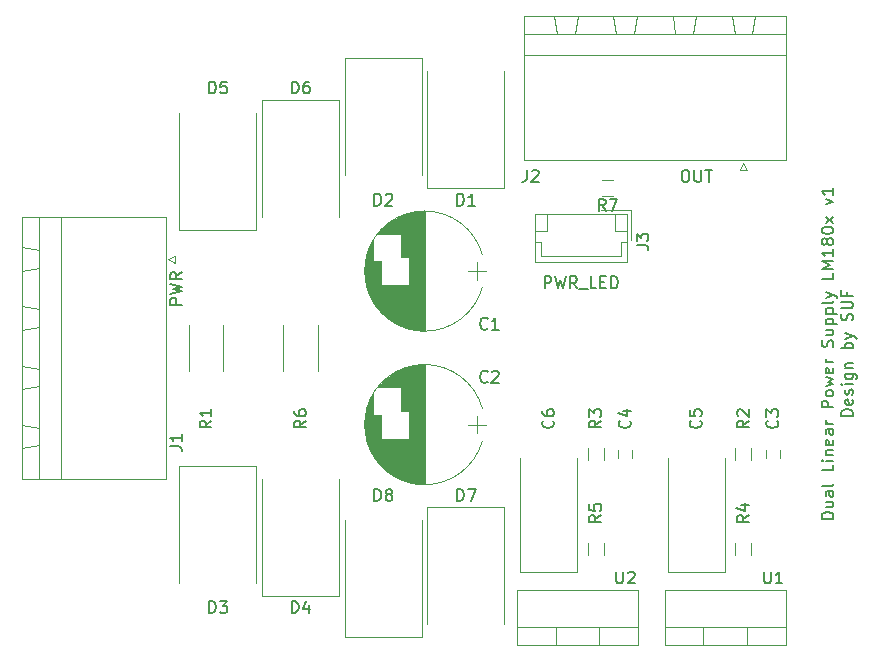
<source format=gto>
G04 #@! TF.GenerationSoftware,KiCad,Pcbnew,(5.1.2)-2*
G04 #@! TF.CreationDate,2020-01-06T22:07:24+01:00*
G04 #@! TF.ProjectId,psu,7073752e-6b69-4636-9164-5f7063625858,rev?*
G04 #@! TF.SameCoordinates,Original*
G04 #@! TF.FileFunction,Legend,Top*
G04 #@! TF.FilePolarity,Positive*
%FSLAX46Y46*%
G04 Gerber Fmt 4.6, Leading zero omitted, Abs format (unit mm)*
G04 Created by KiCad (PCBNEW (5.1.2)-2) date 2020-01-06 22:07:24*
%MOMM*%
%LPD*%
G04 APERTURE LIST*
%ADD10C,0.150000*%
%ADD11C,0.120000*%
G04 APERTURE END LIST*
D10*
X85627380Y-59476190D02*
X84627380Y-59476190D01*
X84627380Y-59238095D01*
X84675000Y-59095238D01*
X84770238Y-59000000D01*
X84865476Y-58952380D01*
X85055952Y-58904761D01*
X85198809Y-58904761D01*
X85389285Y-58952380D01*
X85484523Y-59000000D01*
X85579761Y-59095238D01*
X85627380Y-59238095D01*
X85627380Y-59476190D01*
X84960714Y-58047619D02*
X85627380Y-58047619D01*
X84960714Y-58476190D02*
X85484523Y-58476190D01*
X85579761Y-58428571D01*
X85627380Y-58333333D01*
X85627380Y-58190476D01*
X85579761Y-58095238D01*
X85532142Y-58047619D01*
X85627380Y-57142857D02*
X85103571Y-57142857D01*
X85008333Y-57190476D01*
X84960714Y-57285714D01*
X84960714Y-57476190D01*
X85008333Y-57571428D01*
X85579761Y-57142857D02*
X85627380Y-57238095D01*
X85627380Y-57476190D01*
X85579761Y-57571428D01*
X85484523Y-57619047D01*
X85389285Y-57619047D01*
X85294047Y-57571428D01*
X85246428Y-57476190D01*
X85246428Y-57238095D01*
X85198809Y-57142857D01*
X85627380Y-56523809D02*
X85579761Y-56619047D01*
X85484523Y-56666666D01*
X84627380Y-56666666D01*
X85627380Y-54904761D02*
X85627380Y-55380952D01*
X84627380Y-55380952D01*
X85627380Y-54571428D02*
X84960714Y-54571428D01*
X84627380Y-54571428D02*
X84675000Y-54619047D01*
X84722619Y-54571428D01*
X84675000Y-54523809D01*
X84627380Y-54571428D01*
X84722619Y-54571428D01*
X84960714Y-54095238D02*
X85627380Y-54095238D01*
X85055952Y-54095238D02*
X85008333Y-54047619D01*
X84960714Y-53952380D01*
X84960714Y-53809523D01*
X85008333Y-53714285D01*
X85103571Y-53666666D01*
X85627380Y-53666666D01*
X85579761Y-52809523D02*
X85627380Y-52904761D01*
X85627380Y-53095238D01*
X85579761Y-53190476D01*
X85484523Y-53238095D01*
X85103571Y-53238095D01*
X85008333Y-53190476D01*
X84960714Y-53095238D01*
X84960714Y-52904761D01*
X85008333Y-52809523D01*
X85103571Y-52761904D01*
X85198809Y-52761904D01*
X85294047Y-53238095D01*
X85627380Y-51904761D02*
X85103571Y-51904761D01*
X85008333Y-51952380D01*
X84960714Y-52047619D01*
X84960714Y-52238095D01*
X85008333Y-52333333D01*
X85579761Y-51904761D02*
X85627380Y-52000000D01*
X85627380Y-52238095D01*
X85579761Y-52333333D01*
X85484523Y-52380952D01*
X85389285Y-52380952D01*
X85294047Y-52333333D01*
X85246428Y-52238095D01*
X85246428Y-52000000D01*
X85198809Y-51904761D01*
X85627380Y-51428571D02*
X84960714Y-51428571D01*
X85151190Y-51428571D02*
X85055952Y-51380952D01*
X85008333Y-51333333D01*
X84960714Y-51238095D01*
X84960714Y-51142857D01*
X85627380Y-50047619D02*
X84627380Y-50047619D01*
X84627380Y-49666666D01*
X84675000Y-49571428D01*
X84722619Y-49523809D01*
X84817857Y-49476190D01*
X84960714Y-49476190D01*
X85055952Y-49523809D01*
X85103571Y-49571428D01*
X85151190Y-49666666D01*
X85151190Y-50047619D01*
X85627380Y-48904761D02*
X85579761Y-49000000D01*
X85532142Y-49047619D01*
X85436904Y-49095238D01*
X85151190Y-49095238D01*
X85055952Y-49047619D01*
X85008333Y-49000000D01*
X84960714Y-48904761D01*
X84960714Y-48761904D01*
X85008333Y-48666666D01*
X85055952Y-48619047D01*
X85151190Y-48571428D01*
X85436904Y-48571428D01*
X85532142Y-48619047D01*
X85579761Y-48666666D01*
X85627380Y-48761904D01*
X85627380Y-48904761D01*
X84960714Y-48238095D02*
X85627380Y-48047619D01*
X85151190Y-47857142D01*
X85627380Y-47666666D01*
X84960714Y-47476190D01*
X85579761Y-46714285D02*
X85627380Y-46809523D01*
X85627380Y-47000000D01*
X85579761Y-47095238D01*
X85484523Y-47142857D01*
X85103571Y-47142857D01*
X85008333Y-47095238D01*
X84960714Y-47000000D01*
X84960714Y-46809523D01*
X85008333Y-46714285D01*
X85103571Y-46666666D01*
X85198809Y-46666666D01*
X85294047Y-47142857D01*
X85627380Y-46238095D02*
X84960714Y-46238095D01*
X85151190Y-46238095D02*
X85055952Y-46190476D01*
X85008333Y-46142857D01*
X84960714Y-46047619D01*
X84960714Y-45952380D01*
X85579761Y-44904761D02*
X85627380Y-44761904D01*
X85627380Y-44523809D01*
X85579761Y-44428571D01*
X85532142Y-44380952D01*
X85436904Y-44333333D01*
X85341666Y-44333333D01*
X85246428Y-44380952D01*
X85198809Y-44428571D01*
X85151190Y-44523809D01*
X85103571Y-44714285D01*
X85055952Y-44809523D01*
X85008333Y-44857142D01*
X84913095Y-44904761D01*
X84817857Y-44904761D01*
X84722619Y-44857142D01*
X84675000Y-44809523D01*
X84627380Y-44714285D01*
X84627380Y-44476190D01*
X84675000Y-44333333D01*
X84960714Y-43476190D02*
X85627380Y-43476190D01*
X84960714Y-43904761D02*
X85484523Y-43904761D01*
X85579761Y-43857142D01*
X85627380Y-43761904D01*
X85627380Y-43619047D01*
X85579761Y-43523809D01*
X85532142Y-43476190D01*
X84960714Y-43000000D02*
X85960714Y-43000000D01*
X85008333Y-43000000D02*
X84960714Y-42904761D01*
X84960714Y-42714285D01*
X85008333Y-42619047D01*
X85055952Y-42571428D01*
X85151190Y-42523809D01*
X85436904Y-42523809D01*
X85532142Y-42571428D01*
X85579761Y-42619047D01*
X85627380Y-42714285D01*
X85627380Y-42904761D01*
X85579761Y-43000000D01*
X84960714Y-42095238D02*
X85960714Y-42095238D01*
X85008333Y-42095238D02*
X84960714Y-42000000D01*
X84960714Y-41809523D01*
X85008333Y-41714285D01*
X85055952Y-41666666D01*
X85151190Y-41619047D01*
X85436904Y-41619047D01*
X85532142Y-41666666D01*
X85579761Y-41714285D01*
X85627380Y-41809523D01*
X85627380Y-42000000D01*
X85579761Y-42095238D01*
X85627380Y-41047619D02*
X85579761Y-41142857D01*
X85484523Y-41190476D01*
X84627380Y-41190476D01*
X84960714Y-40761904D02*
X85627380Y-40523809D01*
X84960714Y-40285714D02*
X85627380Y-40523809D01*
X85865476Y-40619047D01*
X85913095Y-40666666D01*
X85960714Y-40761904D01*
X85627380Y-38666666D02*
X85627380Y-39142857D01*
X84627380Y-39142857D01*
X85627380Y-38333333D02*
X84627380Y-38333333D01*
X85341666Y-38000000D01*
X84627380Y-37666666D01*
X85627380Y-37666666D01*
X85627380Y-36666666D02*
X85627380Y-37238095D01*
X85627380Y-36952380D02*
X84627380Y-36952380D01*
X84770238Y-37047619D01*
X84865476Y-37142857D01*
X84913095Y-37238095D01*
X85055952Y-36095238D02*
X85008333Y-36190476D01*
X84960714Y-36238095D01*
X84865476Y-36285714D01*
X84817857Y-36285714D01*
X84722619Y-36238095D01*
X84675000Y-36190476D01*
X84627380Y-36095238D01*
X84627380Y-35904761D01*
X84675000Y-35809523D01*
X84722619Y-35761904D01*
X84817857Y-35714285D01*
X84865476Y-35714285D01*
X84960714Y-35761904D01*
X85008333Y-35809523D01*
X85055952Y-35904761D01*
X85055952Y-36095238D01*
X85103571Y-36190476D01*
X85151190Y-36238095D01*
X85246428Y-36285714D01*
X85436904Y-36285714D01*
X85532142Y-36238095D01*
X85579761Y-36190476D01*
X85627380Y-36095238D01*
X85627380Y-35904761D01*
X85579761Y-35809523D01*
X85532142Y-35761904D01*
X85436904Y-35714285D01*
X85246428Y-35714285D01*
X85151190Y-35761904D01*
X85103571Y-35809523D01*
X85055952Y-35904761D01*
X84627380Y-35095238D02*
X84627380Y-35000000D01*
X84675000Y-34904761D01*
X84722619Y-34857142D01*
X84817857Y-34809523D01*
X85008333Y-34761904D01*
X85246428Y-34761904D01*
X85436904Y-34809523D01*
X85532142Y-34857142D01*
X85579761Y-34904761D01*
X85627380Y-35000000D01*
X85627380Y-35095238D01*
X85579761Y-35190476D01*
X85532142Y-35238095D01*
X85436904Y-35285714D01*
X85246428Y-35333333D01*
X85008333Y-35333333D01*
X84817857Y-35285714D01*
X84722619Y-35238095D01*
X84675000Y-35190476D01*
X84627380Y-35095238D01*
X85627380Y-34428571D02*
X84960714Y-33904761D01*
X84960714Y-34428571D02*
X85627380Y-33904761D01*
X84960714Y-32857142D02*
X85627380Y-32619047D01*
X84960714Y-32380952D01*
X85627380Y-31476190D02*
X85627380Y-32047619D01*
X85627380Y-31761904D02*
X84627380Y-31761904D01*
X84770238Y-31857142D01*
X84865476Y-31952380D01*
X84913095Y-32047619D01*
X87277380Y-50761904D02*
X86277380Y-50761904D01*
X86277380Y-50523809D01*
X86325000Y-50380952D01*
X86420238Y-50285714D01*
X86515476Y-50238095D01*
X86705952Y-50190476D01*
X86848809Y-50190476D01*
X87039285Y-50238095D01*
X87134523Y-50285714D01*
X87229761Y-50380952D01*
X87277380Y-50523809D01*
X87277380Y-50761904D01*
X87229761Y-49380952D02*
X87277380Y-49476190D01*
X87277380Y-49666666D01*
X87229761Y-49761904D01*
X87134523Y-49809523D01*
X86753571Y-49809523D01*
X86658333Y-49761904D01*
X86610714Y-49666666D01*
X86610714Y-49476190D01*
X86658333Y-49380952D01*
X86753571Y-49333333D01*
X86848809Y-49333333D01*
X86944047Y-49809523D01*
X87229761Y-48952380D02*
X87277380Y-48857142D01*
X87277380Y-48666666D01*
X87229761Y-48571428D01*
X87134523Y-48523809D01*
X87086904Y-48523809D01*
X86991666Y-48571428D01*
X86944047Y-48666666D01*
X86944047Y-48809523D01*
X86896428Y-48904761D01*
X86801190Y-48952380D01*
X86753571Y-48952380D01*
X86658333Y-48904761D01*
X86610714Y-48809523D01*
X86610714Y-48666666D01*
X86658333Y-48571428D01*
X87277380Y-48095238D02*
X86610714Y-48095238D01*
X86277380Y-48095238D02*
X86325000Y-48142857D01*
X86372619Y-48095238D01*
X86325000Y-48047619D01*
X86277380Y-48095238D01*
X86372619Y-48095238D01*
X86610714Y-47190476D02*
X87420238Y-47190476D01*
X87515476Y-47238095D01*
X87563095Y-47285714D01*
X87610714Y-47380952D01*
X87610714Y-47523809D01*
X87563095Y-47619047D01*
X87229761Y-47190476D02*
X87277380Y-47285714D01*
X87277380Y-47476190D01*
X87229761Y-47571428D01*
X87182142Y-47619047D01*
X87086904Y-47666666D01*
X86801190Y-47666666D01*
X86705952Y-47619047D01*
X86658333Y-47571428D01*
X86610714Y-47476190D01*
X86610714Y-47285714D01*
X86658333Y-47190476D01*
X86610714Y-46714285D02*
X87277380Y-46714285D01*
X86705952Y-46714285D02*
X86658333Y-46666666D01*
X86610714Y-46571428D01*
X86610714Y-46428571D01*
X86658333Y-46333333D01*
X86753571Y-46285714D01*
X87277380Y-46285714D01*
X87277380Y-45047619D02*
X86277380Y-45047619D01*
X86658333Y-45047619D02*
X86610714Y-44952380D01*
X86610714Y-44761904D01*
X86658333Y-44666666D01*
X86705952Y-44619047D01*
X86801190Y-44571428D01*
X87086904Y-44571428D01*
X87182142Y-44619047D01*
X87229761Y-44666666D01*
X87277380Y-44761904D01*
X87277380Y-44952380D01*
X87229761Y-45047619D01*
X86610714Y-44238095D02*
X87277380Y-44000000D01*
X86610714Y-43761904D02*
X87277380Y-44000000D01*
X87515476Y-44095238D01*
X87563095Y-44142857D01*
X87610714Y-44238095D01*
X87229761Y-42666666D02*
X87277380Y-42523809D01*
X87277380Y-42285714D01*
X87229761Y-42190476D01*
X87182142Y-42142857D01*
X87086904Y-42095238D01*
X86991666Y-42095238D01*
X86896428Y-42142857D01*
X86848809Y-42190476D01*
X86801190Y-42285714D01*
X86753571Y-42476190D01*
X86705952Y-42571428D01*
X86658333Y-42619047D01*
X86563095Y-42666666D01*
X86467857Y-42666666D01*
X86372619Y-42619047D01*
X86325000Y-42571428D01*
X86277380Y-42476190D01*
X86277380Y-42238095D01*
X86325000Y-42095238D01*
X86277380Y-41666666D02*
X87086904Y-41666666D01*
X87182142Y-41619047D01*
X87229761Y-41571428D01*
X87277380Y-41476190D01*
X87277380Y-41285714D01*
X87229761Y-41190476D01*
X87182142Y-41142857D01*
X87086904Y-41095238D01*
X86277380Y-41095238D01*
X86753571Y-40285714D02*
X86753571Y-40619047D01*
X87277380Y-40619047D02*
X86277380Y-40619047D01*
X86277380Y-40142857D01*
D11*
X46101563Y-39883264D02*
G75*
G03X55899357Y-39880000I4898437J1383264D01*
G01*
X46101563Y-37116736D02*
G75*
G02X55899357Y-37120000I4898437J-1383264D01*
G01*
X46101563Y-37116736D02*
G75*
G03X46100643Y-39880000I4898437J-1383264D01*
G01*
X51000000Y-43550000D02*
X51000000Y-33450000D01*
X50960000Y-43550000D02*
X50960000Y-33450000D01*
X50920000Y-43550000D02*
X50920000Y-33450000D01*
X50880000Y-43549000D02*
X50880000Y-33451000D01*
X50840000Y-43548000D02*
X50840000Y-33452000D01*
X50800000Y-43547000D02*
X50800000Y-33453000D01*
X50760000Y-43545000D02*
X50760000Y-33455000D01*
X50720000Y-43543000D02*
X50720000Y-33457000D01*
X50680000Y-43540000D02*
X50680000Y-33460000D01*
X50640000Y-43538000D02*
X50640000Y-33462000D01*
X50600000Y-43535000D02*
X50600000Y-33465000D01*
X50560000Y-43531000D02*
X50560000Y-33469000D01*
X50520000Y-43528000D02*
X50520000Y-33472000D01*
X50480000Y-43524000D02*
X50480000Y-33476000D01*
X50440000Y-43520000D02*
X50440000Y-33480000D01*
X50400000Y-43515000D02*
X50400000Y-33485000D01*
X50360000Y-43510000D02*
X50360000Y-33490000D01*
X50320000Y-43505000D02*
X50320000Y-33495000D01*
X50279000Y-43499000D02*
X50279000Y-33501000D01*
X50239000Y-43493000D02*
X50239000Y-33507000D01*
X50199000Y-43487000D02*
X50199000Y-33513000D01*
X50159000Y-43481000D02*
X50159000Y-33519000D01*
X50119000Y-43474000D02*
X50119000Y-33526000D01*
X50079000Y-43467000D02*
X50079000Y-33533000D01*
X50039000Y-43459000D02*
X50039000Y-33541000D01*
X49999000Y-43451000D02*
X49999000Y-33549000D01*
X49959000Y-43443000D02*
X49959000Y-33557000D01*
X49919000Y-43435000D02*
X49919000Y-33565000D01*
X49879000Y-43426000D02*
X49879000Y-33574000D01*
X49839000Y-43417000D02*
X49839000Y-33583000D01*
X49799000Y-43407000D02*
X49799000Y-33593000D01*
X49759000Y-43397000D02*
X49759000Y-33603000D01*
X49719000Y-43387000D02*
X49719000Y-33613000D01*
X49679000Y-43376000D02*
X49679000Y-39681000D01*
X49679000Y-37319000D02*
X49679000Y-33624000D01*
X49639000Y-43365000D02*
X49639000Y-39681000D01*
X49639000Y-37319000D02*
X49639000Y-33635000D01*
X49599000Y-43354000D02*
X49599000Y-39681000D01*
X49599000Y-37319000D02*
X49599000Y-33646000D01*
X49559000Y-43343000D02*
X49559000Y-39681000D01*
X49559000Y-37319000D02*
X49559000Y-33657000D01*
X49519000Y-43331000D02*
X49519000Y-39681000D01*
X49519000Y-37319000D02*
X49519000Y-33669000D01*
X49479000Y-43318000D02*
X49479000Y-39681000D01*
X49479000Y-37319000D02*
X49479000Y-33682000D01*
X49439000Y-43306000D02*
X49439000Y-39681000D01*
X49439000Y-37319000D02*
X49439000Y-33694000D01*
X49399000Y-43292000D02*
X49399000Y-39681000D01*
X49399000Y-37319000D02*
X49399000Y-33708000D01*
X49359000Y-43279000D02*
X49359000Y-39681000D01*
X49359000Y-37319000D02*
X49359000Y-33721000D01*
X49319000Y-43265000D02*
X49319000Y-39681000D01*
X49319000Y-37319000D02*
X49319000Y-33735000D01*
X49279000Y-43251000D02*
X49279000Y-39681000D01*
X49279000Y-37319000D02*
X49279000Y-33749000D01*
X49239000Y-43237000D02*
X49239000Y-39681000D01*
X49239000Y-37319000D02*
X49239000Y-33763000D01*
X49199000Y-43222000D02*
X49199000Y-39681000D01*
X49199000Y-37319000D02*
X49199000Y-33778000D01*
X49159000Y-43206000D02*
X49159000Y-39681000D01*
X49159000Y-37319000D02*
X49159000Y-33794000D01*
X49119000Y-43191000D02*
X49119000Y-39681000D01*
X49119000Y-37319000D02*
X49119000Y-33809000D01*
X49079000Y-43174000D02*
X49079000Y-39681000D01*
X49079000Y-37319000D02*
X49079000Y-33826000D01*
X49039000Y-43158000D02*
X49039000Y-39681000D01*
X49039000Y-37319000D02*
X49039000Y-33842000D01*
X48999000Y-43141000D02*
X48999000Y-39681000D01*
X48999000Y-35320000D02*
X48999000Y-33859000D01*
X48959000Y-43124000D02*
X48959000Y-39681000D01*
X48959000Y-35320000D02*
X48959000Y-33876000D01*
X48919000Y-43106000D02*
X48919000Y-39681000D01*
X48919000Y-35320000D02*
X48919000Y-33894000D01*
X48879000Y-43088000D02*
X48879000Y-39681000D01*
X48879000Y-35320000D02*
X48879000Y-33912000D01*
X48839000Y-43069000D02*
X48839000Y-39681000D01*
X48839000Y-35320000D02*
X48839000Y-33931000D01*
X48799000Y-43050000D02*
X48799000Y-39681000D01*
X48799000Y-35320000D02*
X48799000Y-33950000D01*
X48759000Y-43031000D02*
X48759000Y-39681000D01*
X48759000Y-35320000D02*
X48759000Y-33969000D01*
X48719000Y-43011000D02*
X48719000Y-39681000D01*
X48719000Y-35320000D02*
X48719000Y-33989000D01*
X48679000Y-42991000D02*
X48679000Y-39681000D01*
X48679000Y-35320000D02*
X48679000Y-34009000D01*
X48639000Y-42970000D02*
X48639000Y-39681000D01*
X48639000Y-35320000D02*
X48639000Y-34030000D01*
X48599000Y-42949000D02*
X48599000Y-39681000D01*
X48599000Y-35320000D02*
X48599000Y-34051000D01*
X48559000Y-42928000D02*
X48559000Y-39681000D01*
X48559000Y-35320000D02*
X48559000Y-34072000D01*
X48519000Y-42905000D02*
X48519000Y-39681000D01*
X48519000Y-35320000D02*
X48519000Y-34095000D01*
X48479000Y-42883000D02*
X48479000Y-39681000D01*
X48479000Y-35320000D02*
X48479000Y-34117000D01*
X48439000Y-42860000D02*
X48439000Y-39681000D01*
X48439000Y-35320000D02*
X48439000Y-34140000D01*
X48399000Y-42836000D02*
X48399000Y-39681000D01*
X48399000Y-35320000D02*
X48399000Y-34164000D01*
X48359000Y-42812000D02*
X48359000Y-39681000D01*
X48359000Y-35320000D02*
X48359000Y-34188000D01*
X48319000Y-42788000D02*
X48319000Y-39681000D01*
X48319000Y-35320000D02*
X48319000Y-34212000D01*
X48279000Y-42763000D02*
X48279000Y-39681000D01*
X48279000Y-35320000D02*
X48279000Y-34237000D01*
X48239000Y-42737000D02*
X48239000Y-39681000D01*
X48239000Y-35320000D02*
X48239000Y-34263000D01*
X48199000Y-42711000D02*
X48199000Y-39681000D01*
X48199000Y-35320000D02*
X48199000Y-34289000D01*
X48159000Y-42685000D02*
X48159000Y-39681000D01*
X48159000Y-35320000D02*
X48159000Y-34315000D01*
X48119000Y-42657000D02*
X48119000Y-39681000D01*
X48119000Y-35320000D02*
X48119000Y-34343000D01*
X48079000Y-42630000D02*
X48079000Y-39681000D01*
X48079000Y-35320000D02*
X48079000Y-34370000D01*
X48039000Y-42601000D02*
X48039000Y-39681000D01*
X48039000Y-35320000D02*
X48039000Y-34399000D01*
X47999000Y-42572000D02*
X47999000Y-39681000D01*
X47999000Y-35320000D02*
X47999000Y-34428000D01*
X47959000Y-42543000D02*
X47959000Y-39681000D01*
X47959000Y-35320000D02*
X47959000Y-34457000D01*
X47919000Y-42513000D02*
X47919000Y-39681000D01*
X47919000Y-35320000D02*
X47919000Y-34487000D01*
X47879000Y-42482000D02*
X47879000Y-39681000D01*
X47879000Y-35320000D02*
X47879000Y-34518000D01*
X47839000Y-42451000D02*
X47839000Y-39681000D01*
X47839000Y-35320000D02*
X47839000Y-34549000D01*
X47799000Y-42419000D02*
X47799000Y-39681000D01*
X47799000Y-35320000D02*
X47799000Y-34581000D01*
X47759000Y-42386000D02*
X47759000Y-39681000D01*
X47759000Y-35320000D02*
X47759000Y-34614000D01*
X47719000Y-42353000D02*
X47719000Y-39681000D01*
X47719000Y-35320000D02*
X47719000Y-34647000D01*
X47679000Y-42319000D02*
X47679000Y-39681000D01*
X47679000Y-35320000D02*
X47679000Y-34681000D01*
X47639000Y-42284000D02*
X47639000Y-39681000D01*
X47639000Y-35320000D02*
X47639000Y-34716000D01*
X47599000Y-42248000D02*
X47599000Y-39681000D01*
X47599000Y-35320000D02*
X47599000Y-34752000D01*
X47559000Y-42212000D02*
X47559000Y-39681000D01*
X47559000Y-35320000D02*
X47559000Y-34788000D01*
X47519000Y-42175000D02*
X47519000Y-39681000D01*
X47519000Y-35320000D02*
X47519000Y-34825000D01*
X47479000Y-42137000D02*
X47479000Y-39681000D01*
X47479000Y-35320000D02*
X47479000Y-34863000D01*
X47439000Y-42098000D02*
X47439000Y-39681000D01*
X47439000Y-35320000D02*
X47439000Y-34902000D01*
X47399000Y-42059000D02*
X47399000Y-39681000D01*
X47399000Y-35320000D02*
X47399000Y-34941000D01*
X47359000Y-42018000D02*
X47359000Y-39681000D01*
X47359000Y-35320000D02*
X47359000Y-34982000D01*
X47319000Y-41977000D02*
X47319000Y-37680000D01*
X47319000Y-35320000D02*
X47319000Y-35023000D01*
X47279000Y-41935000D02*
X47279000Y-37680000D01*
X47279000Y-35320000D02*
X47279000Y-35065000D01*
X47239000Y-41891000D02*
X47239000Y-37680000D01*
X47239000Y-35320000D02*
X47239000Y-35109000D01*
X47199000Y-41847000D02*
X47199000Y-37680000D01*
X47199000Y-35320000D02*
X47199000Y-35153000D01*
X47159000Y-41802000D02*
X47159000Y-37680000D01*
X47159000Y-35320000D02*
X47159000Y-35198000D01*
X47119000Y-41755000D02*
X47119000Y-37680000D01*
X47119000Y-35320000D02*
X47119000Y-35245000D01*
X47079000Y-41707000D02*
X47079000Y-37680000D01*
X47079000Y-35320000D02*
X47079000Y-35293000D01*
X47039000Y-41658000D02*
X47039000Y-37680000D01*
X46999000Y-41608000D02*
X46999000Y-37680000D01*
X46959000Y-41557000D02*
X46959000Y-37680000D01*
X46919000Y-41504000D02*
X46919000Y-37680000D01*
X46879000Y-41449000D02*
X46879000Y-37680000D01*
X46839000Y-41394000D02*
X46839000Y-37680000D01*
X46799000Y-41336000D02*
X46799000Y-37680000D01*
X46759000Y-41277000D02*
X46759000Y-37680000D01*
X46719000Y-41215000D02*
X46719000Y-37680000D01*
X46679000Y-41152000D02*
X46679000Y-37680000D01*
X46639000Y-41087000D02*
X46639000Y-35913000D01*
X46599000Y-41019000D02*
X46599000Y-35981000D01*
X46559000Y-40949000D02*
X46559000Y-36051000D01*
X46519000Y-40877000D02*
X46519000Y-36123000D01*
X46479000Y-40801000D02*
X46479000Y-36199000D01*
X46439000Y-40722000D02*
X46439000Y-36278000D01*
X46399000Y-40640000D02*
X46399000Y-36360000D01*
X46359000Y-40553000D02*
X46359000Y-36447000D01*
X46319000Y-40462000D02*
X46319000Y-36538000D01*
X46279000Y-40366000D02*
X46279000Y-36634000D01*
X46239000Y-40263000D02*
X46239000Y-36737000D01*
X46199000Y-40154000D02*
X46199000Y-36846000D01*
X46159000Y-40036000D02*
X46159000Y-36964000D01*
X46119000Y-39907000D02*
X46119000Y-37093000D01*
X46079000Y-39765000D02*
X46079000Y-37235000D01*
X46039000Y-39604000D02*
X46039000Y-37396000D01*
X45999000Y-39413000D02*
X45999000Y-37587000D01*
X45959000Y-39172000D02*
X45959000Y-37828000D01*
X45919000Y-38779000D02*
X45919000Y-38221000D01*
X56200000Y-38500000D02*
X54700000Y-38500000D01*
X55450000Y-39250000D02*
X55450000Y-37750000D01*
X55450000Y-52250000D02*
X55450000Y-50750000D01*
X56200000Y-51500000D02*
X54700000Y-51500000D01*
X45919000Y-51779000D02*
X45919000Y-51221000D01*
X45959000Y-52172000D02*
X45959000Y-50828000D01*
X45999000Y-52413000D02*
X45999000Y-50587000D01*
X46039000Y-52604000D02*
X46039000Y-50396000D01*
X46079000Y-52765000D02*
X46079000Y-50235000D01*
X46119000Y-52907000D02*
X46119000Y-50093000D01*
X46159000Y-53036000D02*
X46159000Y-49964000D01*
X46199000Y-53154000D02*
X46199000Y-49846000D01*
X46239000Y-53263000D02*
X46239000Y-49737000D01*
X46279000Y-53366000D02*
X46279000Y-49634000D01*
X46319000Y-53462000D02*
X46319000Y-49538000D01*
X46359000Y-53553000D02*
X46359000Y-49447000D01*
X46399000Y-53640000D02*
X46399000Y-49360000D01*
X46439000Y-53722000D02*
X46439000Y-49278000D01*
X46479000Y-53801000D02*
X46479000Y-49199000D01*
X46519000Y-53877000D02*
X46519000Y-49123000D01*
X46559000Y-53949000D02*
X46559000Y-49051000D01*
X46599000Y-54019000D02*
X46599000Y-48981000D01*
X46639000Y-54087000D02*
X46639000Y-48913000D01*
X46679000Y-54152000D02*
X46679000Y-50680000D01*
X46719000Y-54215000D02*
X46719000Y-50680000D01*
X46759000Y-54277000D02*
X46759000Y-50680000D01*
X46799000Y-54336000D02*
X46799000Y-50680000D01*
X46839000Y-54394000D02*
X46839000Y-50680000D01*
X46879000Y-54449000D02*
X46879000Y-50680000D01*
X46919000Y-54504000D02*
X46919000Y-50680000D01*
X46959000Y-54557000D02*
X46959000Y-50680000D01*
X46999000Y-54608000D02*
X46999000Y-50680000D01*
X47039000Y-54658000D02*
X47039000Y-50680000D01*
X47079000Y-48320000D02*
X47079000Y-48293000D01*
X47079000Y-54707000D02*
X47079000Y-50680000D01*
X47119000Y-48320000D02*
X47119000Y-48245000D01*
X47119000Y-54755000D02*
X47119000Y-50680000D01*
X47159000Y-48320000D02*
X47159000Y-48198000D01*
X47159000Y-54802000D02*
X47159000Y-50680000D01*
X47199000Y-48320000D02*
X47199000Y-48153000D01*
X47199000Y-54847000D02*
X47199000Y-50680000D01*
X47239000Y-48320000D02*
X47239000Y-48109000D01*
X47239000Y-54891000D02*
X47239000Y-50680000D01*
X47279000Y-48320000D02*
X47279000Y-48065000D01*
X47279000Y-54935000D02*
X47279000Y-50680000D01*
X47319000Y-48320000D02*
X47319000Y-48023000D01*
X47319000Y-54977000D02*
X47319000Y-50680000D01*
X47359000Y-48320000D02*
X47359000Y-47982000D01*
X47359000Y-55018000D02*
X47359000Y-52681000D01*
X47399000Y-48320000D02*
X47399000Y-47941000D01*
X47399000Y-55059000D02*
X47399000Y-52681000D01*
X47439000Y-48320000D02*
X47439000Y-47902000D01*
X47439000Y-55098000D02*
X47439000Y-52681000D01*
X47479000Y-48320000D02*
X47479000Y-47863000D01*
X47479000Y-55137000D02*
X47479000Y-52681000D01*
X47519000Y-48320000D02*
X47519000Y-47825000D01*
X47519000Y-55175000D02*
X47519000Y-52681000D01*
X47559000Y-48320000D02*
X47559000Y-47788000D01*
X47559000Y-55212000D02*
X47559000Y-52681000D01*
X47599000Y-48320000D02*
X47599000Y-47752000D01*
X47599000Y-55248000D02*
X47599000Y-52681000D01*
X47639000Y-48320000D02*
X47639000Y-47716000D01*
X47639000Y-55284000D02*
X47639000Y-52681000D01*
X47679000Y-48320000D02*
X47679000Y-47681000D01*
X47679000Y-55319000D02*
X47679000Y-52681000D01*
X47719000Y-48320000D02*
X47719000Y-47647000D01*
X47719000Y-55353000D02*
X47719000Y-52681000D01*
X47759000Y-48320000D02*
X47759000Y-47614000D01*
X47759000Y-55386000D02*
X47759000Y-52681000D01*
X47799000Y-48320000D02*
X47799000Y-47581000D01*
X47799000Y-55419000D02*
X47799000Y-52681000D01*
X47839000Y-48320000D02*
X47839000Y-47549000D01*
X47839000Y-55451000D02*
X47839000Y-52681000D01*
X47879000Y-48320000D02*
X47879000Y-47518000D01*
X47879000Y-55482000D02*
X47879000Y-52681000D01*
X47919000Y-48320000D02*
X47919000Y-47487000D01*
X47919000Y-55513000D02*
X47919000Y-52681000D01*
X47959000Y-48320000D02*
X47959000Y-47457000D01*
X47959000Y-55543000D02*
X47959000Y-52681000D01*
X47999000Y-48320000D02*
X47999000Y-47428000D01*
X47999000Y-55572000D02*
X47999000Y-52681000D01*
X48039000Y-48320000D02*
X48039000Y-47399000D01*
X48039000Y-55601000D02*
X48039000Y-52681000D01*
X48079000Y-48320000D02*
X48079000Y-47370000D01*
X48079000Y-55630000D02*
X48079000Y-52681000D01*
X48119000Y-48320000D02*
X48119000Y-47343000D01*
X48119000Y-55657000D02*
X48119000Y-52681000D01*
X48159000Y-48320000D02*
X48159000Y-47315000D01*
X48159000Y-55685000D02*
X48159000Y-52681000D01*
X48199000Y-48320000D02*
X48199000Y-47289000D01*
X48199000Y-55711000D02*
X48199000Y-52681000D01*
X48239000Y-48320000D02*
X48239000Y-47263000D01*
X48239000Y-55737000D02*
X48239000Y-52681000D01*
X48279000Y-48320000D02*
X48279000Y-47237000D01*
X48279000Y-55763000D02*
X48279000Y-52681000D01*
X48319000Y-48320000D02*
X48319000Y-47212000D01*
X48319000Y-55788000D02*
X48319000Y-52681000D01*
X48359000Y-48320000D02*
X48359000Y-47188000D01*
X48359000Y-55812000D02*
X48359000Y-52681000D01*
X48399000Y-48320000D02*
X48399000Y-47164000D01*
X48399000Y-55836000D02*
X48399000Y-52681000D01*
X48439000Y-48320000D02*
X48439000Y-47140000D01*
X48439000Y-55860000D02*
X48439000Y-52681000D01*
X48479000Y-48320000D02*
X48479000Y-47117000D01*
X48479000Y-55883000D02*
X48479000Y-52681000D01*
X48519000Y-48320000D02*
X48519000Y-47095000D01*
X48519000Y-55905000D02*
X48519000Y-52681000D01*
X48559000Y-48320000D02*
X48559000Y-47072000D01*
X48559000Y-55928000D02*
X48559000Y-52681000D01*
X48599000Y-48320000D02*
X48599000Y-47051000D01*
X48599000Y-55949000D02*
X48599000Y-52681000D01*
X48639000Y-48320000D02*
X48639000Y-47030000D01*
X48639000Y-55970000D02*
X48639000Y-52681000D01*
X48679000Y-48320000D02*
X48679000Y-47009000D01*
X48679000Y-55991000D02*
X48679000Y-52681000D01*
X48719000Y-48320000D02*
X48719000Y-46989000D01*
X48719000Y-56011000D02*
X48719000Y-52681000D01*
X48759000Y-48320000D02*
X48759000Y-46969000D01*
X48759000Y-56031000D02*
X48759000Y-52681000D01*
X48799000Y-48320000D02*
X48799000Y-46950000D01*
X48799000Y-56050000D02*
X48799000Y-52681000D01*
X48839000Y-48320000D02*
X48839000Y-46931000D01*
X48839000Y-56069000D02*
X48839000Y-52681000D01*
X48879000Y-48320000D02*
X48879000Y-46912000D01*
X48879000Y-56088000D02*
X48879000Y-52681000D01*
X48919000Y-48320000D02*
X48919000Y-46894000D01*
X48919000Y-56106000D02*
X48919000Y-52681000D01*
X48959000Y-48320000D02*
X48959000Y-46876000D01*
X48959000Y-56124000D02*
X48959000Y-52681000D01*
X48999000Y-48320000D02*
X48999000Y-46859000D01*
X48999000Y-56141000D02*
X48999000Y-52681000D01*
X49039000Y-50319000D02*
X49039000Y-46842000D01*
X49039000Y-56158000D02*
X49039000Y-52681000D01*
X49079000Y-50319000D02*
X49079000Y-46826000D01*
X49079000Y-56174000D02*
X49079000Y-52681000D01*
X49119000Y-50319000D02*
X49119000Y-46809000D01*
X49119000Y-56191000D02*
X49119000Y-52681000D01*
X49159000Y-50319000D02*
X49159000Y-46794000D01*
X49159000Y-56206000D02*
X49159000Y-52681000D01*
X49199000Y-50319000D02*
X49199000Y-46778000D01*
X49199000Y-56222000D02*
X49199000Y-52681000D01*
X49239000Y-50319000D02*
X49239000Y-46763000D01*
X49239000Y-56237000D02*
X49239000Y-52681000D01*
X49279000Y-50319000D02*
X49279000Y-46749000D01*
X49279000Y-56251000D02*
X49279000Y-52681000D01*
X49319000Y-50319000D02*
X49319000Y-46735000D01*
X49319000Y-56265000D02*
X49319000Y-52681000D01*
X49359000Y-50319000D02*
X49359000Y-46721000D01*
X49359000Y-56279000D02*
X49359000Y-52681000D01*
X49399000Y-50319000D02*
X49399000Y-46708000D01*
X49399000Y-56292000D02*
X49399000Y-52681000D01*
X49439000Y-50319000D02*
X49439000Y-46694000D01*
X49439000Y-56306000D02*
X49439000Y-52681000D01*
X49479000Y-50319000D02*
X49479000Y-46682000D01*
X49479000Y-56318000D02*
X49479000Y-52681000D01*
X49519000Y-50319000D02*
X49519000Y-46669000D01*
X49519000Y-56331000D02*
X49519000Y-52681000D01*
X49559000Y-50319000D02*
X49559000Y-46657000D01*
X49559000Y-56343000D02*
X49559000Y-52681000D01*
X49599000Y-50319000D02*
X49599000Y-46646000D01*
X49599000Y-56354000D02*
X49599000Y-52681000D01*
X49639000Y-50319000D02*
X49639000Y-46635000D01*
X49639000Y-56365000D02*
X49639000Y-52681000D01*
X49679000Y-50319000D02*
X49679000Y-46624000D01*
X49679000Y-56376000D02*
X49679000Y-52681000D01*
X49719000Y-56387000D02*
X49719000Y-46613000D01*
X49759000Y-56397000D02*
X49759000Y-46603000D01*
X49799000Y-56407000D02*
X49799000Y-46593000D01*
X49839000Y-56417000D02*
X49839000Y-46583000D01*
X49879000Y-56426000D02*
X49879000Y-46574000D01*
X49919000Y-56435000D02*
X49919000Y-46565000D01*
X49959000Y-56443000D02*
X49959000Y-46557000D01*
X49999000Y-56451000D02*
X49999000Y-46549000D01*
X50039000Y-56459000D02*
X50039000Y-46541000D01*
X50079000Y-56467000D02*
X50079000Y-46533000D01*
X50119000Y-56474000D02*
X50119000Y-46526000D01*
X50159000Y-56481000D02*
X50159000Y-46519000D01*
X50199000Y-56487000D02*
X50199000Y-46513000D01*
X50239000Y-56493000D02*
X50239000Y-46507000D01*
X50279000Y-56499000D02*
X50279000Y-46501000D01*
X50320000Y-56505000D02*
X50320000Y-46495000D01*
X50360000Y-56510000D02*
X50360000Y-46490000D01*
X50400000Y-56515000D02*
X50400000Y-46485000D01*
X50440000Y-56520000D02*
X50440000Y-46480000D01*
X50480000Y-56524000D02*
X50480000Y-46476000D01*
X50520000Y-56528000D02*
X50520000Y-46472000D01*
X50560000Y-56531000D02*
X50560000Y-46469000D01*
X50600000Y-56535000D02*
X50600000Y-46465000D01*
X50640000Y-56538000D02*
X50640000Y-46462000D01*
X50680000Y-56540000D02*
X50680000Y-46460000D01*
X50720000Y-56543000D02*
X50720000Y-46457000D01*
X50760000Y-56545000D02*
X50760000Y-46455000D01*
X50800000Y-56547000D02*
X50800000Y-46453000D01*
X50840000Y-56548000D02*
X50840000Y-46452000D01*
X50880000Y-56549000D02*
X50880000Y-46451000D01*
X50920000Y-56550000D02*
X50920000Y-46450000D01*
X50960000Y-56550000D02*
X50960000Y-46450000D01*
X51000000Y-56550000D02*
X51000000Y-46450000D01*
X46101563Y-50116736D02*
G75*
G03X46100643Y-52880000I4898437J-1383264D01*
G01*
X46101563Y-50116736D02*
G75*
G02X55899357Y-50120000I4898437J-1383264D01*
G01*
X46101563Y-52883264D02*
G75*
G03X55899357Y-52880000I4898437J1383264D01*
G01*
X79900000Y-54350000D02*
X79900000Y-53650000D01*
X81100000Y-53650000D02*
X81100000Y-54350000D01*
X68600000Y-53650000D02*
X68600000Y-54350000D01*
X67400000Y-54350000D02*
X67400000Y-53650000D01*
X71600000Y-63950000D02*
X71600000Y-54350000D01*
X76400000Y-63950000D02*
X76400000Y-54350000D01*
X71600000Y-63950000D02*
X76400000Y-63950000D01*
X59100000Y-63950000D02*
X63900000Y-63950000D01*
X63900000Y-63950000D02*
X63900000Y-54350000D01*
X59100000Y-63950000D02*
X59100000Y-54350000D01*
X57750000Y-31500000D02*
X51250000Y-31500000D01*
X57750000Y-31500000D02*
X57750000Y-21600000D01*
X51250000Y-31500000D02*
X51250000Y-21600000D01*
X50750000Y-20500000D02*
X50750000Y-30400000D01*
X44250000Y-20500000D02*
X44250000Y-30400000D01*
X44250000Y-20500000D02*
X50750000Y-20500000D01*
X36750000Y-55000000D02*
X36750000Y-64900000D01*
X30250000Y-55000000D02*
X30250000Y-64900000D01*
X30250000Y-55000000D02*
X36750000Y-55000000D01*
X43750000Y-66000000D02*
X37250000Y-66000000D01*
X43750000Y-66000000D02*
X43750000Y-56100000D01*
X37250000Y-66000000D02*
X37250000Y-56100000D01*
X36750000Y-35000000D02*
X30250000Y-35000000D01*
X36750000Y-35000000D02*
X36750000Y-25100000D01*
X30250000Y-35000000D02*
X30250000Y-25100000D01*
X43750000Y-24000000D02*
X43750000Y-33900000D01*
X37250000Y-24000000D02*
X37250000Y-33900000D01*
X37250000Y-24000000D02*
X43750000Y-24000000D01*
X51250000Y-58500000D02*
X57750000Y-58500000D01*
X51250000Y-58500000D02*
X51250000Y-68400000D01*
X57750000Y-58500000D02*
X57750000Y-68400000D01*
X44250000Y-69500000D02*
X44250000Y-59600000D01*
X50750000Y-69500000D02*
X50750000Y-59600000D01*
X50750000Y-69500000D02*
X44250000Y-69500000D01*
X29110000Y-33890000D02*
X16890000Y-33890000D01*
X16890000Y-33890000D02*
X16890000Y-56110000D01*
X16890000Y-56110000D02*
X29110000Y-56110000D01*
X29110000Y-56110000D02*
X29110000Y-33890000D01*
X18390000Y-33890000D02*
X20190000Y-33890000D01*
X20190000Y-33890000D02*
X20190000Y-56110000D01*
X20190000Y-56110000D02*
X18390000Y-56110000D01*
X18390000Y-56110000D02*
X18390000Y-33890000D01*
X16890000Y-36500000D02*
X16890000Y-38500000D01*
X16890000Y-38500000D02*
X18390000Y-38250000D01*
X18390000Y-38250000D02*
X18390000Y-36750000D01*
X18390000Y-36750000D02*
X16890000Y-36500000D01*
X16890000Y-41500000D02*
X16890000Y-43500000D01*
X16890000Y-43500000D02*
X18390000Y-43250000D01*
X18390000Y-43250000D02*
X18390000Y-41750000D01*
X18390000Y-41750000D02*
X16890000Y-41500000D01*
X16890000Y-46500000D02*
X16890000Y-48500000D01*
X16890000Y-48500000D02*
X18390000Y-48250000D01*
X18390000Y-48250000D02*
X18390000Y-46750000D01*
X18390000Y-46750000D02*
X16890000Y-46500000D01*
X16890000Y-51500000D02*
X16890000Y-53500000D01*
X16890000Y-53500000D02*
X18390000Y-53250000D01*
X18390000Y-53250000D02*
X18390000Y-51750000D01*
X18390000Y-51750000D02*
X16890000Y-51500000D01*
X29910000Y-37800000D02*
X29310000Y-37500000D01*
X29310000Y-37500000D02*
X29910000Y-37200000D01*
X29910000Y-37200000D02*
X29910000Y-37800000D01*
X78300000Y-29910000D02*
X77700000Y-29910000D01*
X78000000Y-29310000D02*
X78300000Y-29910000D01*
X77700000Y-29910000D02*
X78000000Y-29310000D01*
X63750000Y-18390000D02*
X64000000Y-16890000D01*
X62250000Y-18390000D02*
X63750000Y-18390000D01*
X62000000Y-16890000D02*
X62250000Y-18390000D01*
X64000000Y-16890000D02*
X62000000Y-16890000D01*
X68750000Y-18390000D02*
X69000000Y-16890000D01*
X67250000Y-18390000D02*
X68750000Y-18390000D01*
X67000000Y-16890000D02*
X67250000Y-18390000D01*
X69000000Y-16890000D02*
X67000000Y-16890000D01*
X73750000Y-18390000D02*
X74000000Y-16890000D01*
X72250000Y-18390000D02*
X73750000Y-18390000D01*
X72000000Y-16890000D02*
X72250000Y-18390000D01*
X74000000Y-16890000D02*
X72000000Y-16890000D01*
X78750000Y-18390000D02*
X79000000Y-16890000D01*
X77250000Y-18390000D02*
X78750000Y-18390000D01*
X77000000Y-16890000D02*
X77250000Y-18390000D01*
X79000000Y-16890000D02*
X77000000Y-16890000D01*
X59390000Y-18390000D02*
X81610000Y-18390000D01*
X59390000Y-20190000D02*
X59390000Y-18390000D01*
X81610000Y-20190000D02*
X59390000Y-20190000D01*
X81610000Y-18390000D02*
X81610000Y-20190000D01*
X59390000Y-29110000D02*
X81610000Y-29110000D01*
X59390000Y-16890000D02*
X59390000Y-29110000D01*
X81610000Y-16890000D02*
X59390000Y-16890000D01*
X81610000Y-29110000D02*
X81610000Y-16890000D01*
X68450000Y-33350000D02*
X65950000Y-33350000D01*
X68450000Y-35850000D02*
X68450000Y-33350000D01*
X61350000Y-35150000D02*
X61350000Y-33650000D01*
X60350000Y-35150000D02*
X61350000Y-35150000D01*
X67150000Y-35150000D02*
X67150000Y-33650000D01*
X68150000Y-35150000D02*
X67150000Y-35150000D01*
X60850000Y-36000000D02*
X60350000Y-36000000D01*
X60850000Y-37250000D02*
X60850000Y-36000000D01*
X67650000Y-37250000D02*
X60850000Y-37250000D01*
X67650000Y-36000000D02*
X67650000Y-37250000D01*
X68150000Y-36000000D02*
X67650000Y-36000000D01*
X60350000Y-37750000D02*
X68150000Y-37750000D01*
X60350000Y-33650000D02*
X60350000Y-37750000D01*
X68150000Y-33650000D02*
X60350000Y-33650000D01*
X68150000Y-37750000D02*
X68150000Y-33650000D01*
X31020000Y-46950000D02*
X31020000Y-43050000D01*
X33980000Y-43050000D02*
X33980000Y-46950000D01*
X77320000Y-54500000D02*
X77320000Y-53500000D01*
X78680000Y-53500000D02*
X78680000Y-54500000D01*
X64820000Y-54500000D02*
X64820000Y-53500000D01*
X66180000Y-53500000D02*
X66180000Y-54500000D01*
X78680000Y-61500000D02*
X78680000Y-62500000D01*
X77320000Y-62500000D02*
X77320000Y-61500000D01*
X64820000Y-62500000D02*
X64820000Y-61500000D01*
X66180000Y-61500000D02*
X66180000Y-62500000D01*
X41980000Y-43050000D02*
X41980000Y-46950000D01*
X39020000Y-46950000D02*
X39020000Y-43050000D01*
X66000000Y-30820000D02*
X67000000Y-30820000D01*
X67000000Y-32180000D02*
X66000000Y-32180000D01*
X74609000Y-70120000D02*
X74609000Y-68610000D01*
X78310000Y-70120000D02*
X78310000Y-68610000D01*
X81580000Y-68610000D02*
X71340000Y-68610000D01*
X71340000Y-70120000D02*
X71340000Y-65479000D01*
X81580000Y-70120000D02*
X81580000Y-65479000D01*
X81580000Y-65479000D02*
X71340000Y-65479000D01*
X81580000Y-70120000D02*
X71340000Y-70120000D01*
X69080000Y-70120000D02*
X58840000Y-70120000D01*
X69080000Y-65479000D02*
X58840000Y-65479000D01*
X69080000Y-70120000D02*
X69080000Y-65479000D01*
X58840000Y-70120000D02*
X58840000Y-65479000D01*
X69080000Y-68610000D02*
X58840000Y-68610000D01*
X65810000Y-70120000D02*
X65810000Y-68610000D01*
X62109000Y-70120000D02*
X62109000Y-68610000D01*
D10*
X56333333Y-43357142D02*
X56285714Y-43404761D01*
X56142857Y-43452380D01*
X56047619Y-43452380D01*
X55904761Y-43404761D01*
X55809523Y-43309523D01*
X55761904Y-43214285D01*
X55714285Y-43023809D01*
X55714285Y-42880952D01*
X55761904Y-42690476D01*
X55809523Y-42595238D01*
X55904761Y-42500000D01*
X56047619Y-42452380D01*
X56142857Y-42452380D01*
X56285714Y-42500000D01*
X56333333Y-42547619D01*
X57285714Y-43452380D02*
X56714285Y-43452380D01*
X57000000Y-43452380D02*
X57000000Y-42452380D01*
X56904761Y-42595238D01*
X56809523Y-42690476D01*
X56714285Y-42738095D01*
X56333333Y-47857142D02*
X56285714Y-47904761D01*
X56142857Y-47952380D01*
X56047619Y-47952380D01*
X55904761Y-47904761D01*
X55809523Y-47809523D01*
X55761904Y-47714285D01*
X55714285Y-47523809D01*
X55714285Y-47380952D01*
X55761904Y-47190476D01*
X55809523Y-47095238D01*
X55904761Y-47000000D01*
X56047619Y-46952380D01*
X56142857Y-46952380D01*
X56285714Y-47000000D01*
X56333333Y-47047619D01*
X56714285Y-47047619D02*
X56761904Y-47000000D01*
X56857142Y-46952380D01*
X57095238Y-46952380D01*
X57190476Y-47000000D01*
X57238095Y-47047619D01*
X57285714Y-47142857D01*
X57285714Y-47238095D01*
X57238095Y-47380952D01*
X56666666Y-47952380D01*
X57285714Y-47952380D01*
X80857142Y-51166666D02*
X80904761Y-51214285D01*
X80952380Y-51357142D01*
X80952380Y-51452380D01*
X80904761Y-51595238D01*
X80809523Y-51690476D01*
X80714285Y-51738095D01*
X80523809Y-51785714D01*
X80380952Y-51785714D01*
X80190476Y-51738095D01*
X80095238Y-51690476D01*
X80000000Y-51595238D01*
X79952380Y-51452380D01*
X79952380Y-51357142D01*
X80000000Y-51214285D01*
X80047619Y-51166666D01*
X79952380Y-50833333D02*
X79952380Y-50214285D01*
X80333333Y-50547619D01*
X80333333Y-50404761D01*
X80380952Y-50309523D01*
X80428571Y-50261904D01*
X80523809Y-50214285D01*
X80761904Y-50214285D01*
X80857142Y-50261904D01*
X80904761Y-50309523D01*
X80952380Y-50404761D01*
X80952380Y-50690476D01*
X80904761Y-50785714D01*
X80857142Y-50833333D01*
X68357142Y-51166666D02*
X68404761Y-51214285D01*
X68452380Y-51357142D01*
X68452380Y-51452380D01*
X68404761Y-51595238D01*
X68309523Y-51690476D01*
X68214285Y-51738095D01*
X68023809Y-51785714D01*
X67880952Y-51785714D01*
X67690476Y-51738095D01*
X67595238Y-51690476D01*
X67500000Y-51595238D01*
X67452380Y-51452380D01*
X67452380Y-51357142D01*
X67500000Y-51214285D01*
X67547619Y-51166666D01*
X67785714Y-50309523D02*
X68452380Y-50309523D01*
X67404761Y-50547619D02*
X68119047Y-50785714D01*
X68119047Y-50166666D01*
X74357142Y-51166666D02*
X74404761Y-51214285D01*
X74452380Y-51357142D01*
X74452380Y-51452380D01*
X74404761Y-51595238D01*
X74309523Y-51690476D01*
X74214285Y-51738095D01*
X74023809Y-51785714D01*
X73880952Y-51785714D01*
X73690476Y-51738095D01*
X73595238Y-51690476D01*
X73500000Y-51595238D01*
X73452380Y-51452380D01*
X73452380Y-51357142D01*
X73500000Y-51214285D01*
X73547619Y-51166666D01*
X73452380Y-50261904D02*
X73452380Y-50738095D01*
X73928571Y-50785714D01*
X73880952Y-50738095D01*
X73833333Y-50642857D01*
X73833333Y-50404761D01*
X73880952Y-50309523D01*
X73928571Y-50261904D01*
X74023809Y-50214285D01*
X74261904Y-50214285D01*
X74357142Y-50261904D01*
X74404761Y-50309523D01*
X74452380Y-50404761D01*
X74452380Y-50642857D01*
X74404761Y-50738095D01*
X74357142Y-50785714D01*
X61857142Y-51166666D02*
X61904761Y-51214285D01*
X61952380Y-51357142D01*
X61952380Y-51452380D01*
X61904761Y-51595238D01*
X61809523Y-51690476D01*
X61714285Y-51738095D01*
X61523809Y-51785714D01*
X61380952Y-51785714D01*
X61190476Y-51738095D01*
X61095238Y-51690476D01*
X61000000Y-51595238D01*
X60952380Y-51452380D01*
X60952380Y-51357142D01*
X61000000Y-51214285D01*
X61047619Y-51166666D01*
X60952380Y-50309523D02*
X60952380Y-50500000D01*
X61000000Y-50595238D01*
X61047619Y-50642857D01*
X61190476Y-50738095D01*
X61380952Y-50785714D01*
X61761904Y-50785714D01*
X61857142Y-50738095D01*
X61904761Y-50690476D01*
X61952380Y-50595238D01*
X61952380Y-50404761D01*
X61904761Y-50309523D01*
X61857142Y-50261904D01*
X61761904Y-50214285D01*
X61523809Y-50214285D01*
X61428571Y-50261904D01*
X61380952Y-50309523D01*
X61333333Y-50404761D01*
X61333333Y-50595238D01*
X61380952Y-50690476D01*
X61428571Y-50738095D01*
X61523809Y-50785714D01*
X53761904Y-32952380D02*
X53761904Y-31952380D01*
X54000000Y-31952380D01*
X54142857Y-32000000D01*
X54238095Y-32095238D01*
X54285714Y-32190476D01*
X54333333Y-32380952D01*
X54333333Y-32523809D01*
X54285714Y-32714285D01*
X54238095Y-32809523D01*
X54142857Y-32904761D01*
X54000000Y-32952380D01*
X53761904Y-32952380D01*
X55285714Y-32952380D02*
X54714285Y-32952380D01*
X55000000Y-32952380D02*
X55000000Y-31952380D01*
X54904761Y-32095238D01*
X54809523Y-32190476D01*
X54714285Y-32238095D01*
X46761904Y-32952380D02*
X46761904Y-31952380D01*
X47000000Y-31952380D01*
X47142857Y-32000000D01*
X47238095Y-32095238D01*
X47285714Y-32190476D01*
X47333333Y-32380952D01*
X47333333Y-32523809D01*
X47285714Y-32714285D01*
X47238095Y-32809523D01*
X47142857Y-32904761D01*
X47000000Y-32952380D01*
X46761904Y-32952380D01*
X47714285Y-32047619D02*
X47761904Y-32000000D01*
X47857142Y-31952380D01*
X48095238Y-31952380D01*
X48190476Y-32000000D01*
X48238095Y-32047619D01*
X48285714Y-32142857D01*
X48285714Y-32238095D01*
X48238095Y-32380952D01*
X47666666Y-32952380D01*
X48285714Y-32952380D01*
X32761904Y-67452380D02*
X32761904Y-66452380D01*
X33000000Y-66452380D01*
X33142857Y-66500000D01*
X33238095Y-66595238D01*
X33285714Y-66690476D01*
X33333333Y-66880952D01*
X33333333Y-67023809D01*
X33285714Y-67214285D01*
X33238095Y-67309523D01*
X33142857Y-67404761D01*
X33000000Y-67452380D01*
X32761904Y-67452380D01*
X33666666Y-66452380D02*
X34285714Y-66452380D01*
X33952380Y-66833333D01*
X34095238Y-66833333D01*
X34190476Y-66880952D01*
X34238095Y-66928571D01*
X34285714Y-67023809D01*
X34285714Y-67261904D01*
X34238095Y-67357142D01*
X34190476Y-67404761D01*
X34095238Y-67452380D01*
X33809523Y-67452380D01*
X33714285Y-67404761D01*
X33666666Y-67357142D01*
X39761904Y-67452380D02*
X39761904Y-66452380D01*
X40000000Y-66452380D01*
X40142857Y-66500000D01*
X40238095Y-66595238D01*
X40285714Y-66690476D01*
X40333333Y-66880952D01*
X40333333Y-67023809D01*
X40285714Y-67214285D01*
X40238095Y-67309523D01*
X40142857Y-67404761D01*
X40000000Y-67452380D01*
X39761904Y-67452380D01*
X41190476Y-66785714D02*
X41190476Y-67452380D01*
X40952380Y-66404761D02*
X40714285Y-67119047D01*
X41333333Y-67119047D01*
X32761904Y-23452380D02*
X32761904Y-22452380D01*
X33000000Y-22452380D01*
X33142857Y-22500000D01*
X33238095Y-22595238D01*
X33285714Y-22690476D01*
X33333333Y-22880952D01*
X33333333Y-23023809D01*
X33285714Y-23214285D01*
X33238095Y-23309523D01*
X33142857Y-23404761D01*
X33000000Y-23452380D01*
X32761904Y-23452380D01*
X34238095Y-22452380D02*
X33761904Y-22452380D01*
X33714285Y-22928571D01*
X33761904Y-22880952D01*
X33857142Y-22833333D01*
X34095238Y-22833333D01*
X34190476Y-22880952D01*
X34238095Y-22928571D01*
X34285714Y-23023809D01*
X34285714Y-23261904D01*
X34238095Y-23357142D01*
X34190476Y-23404761D01*
X34095238Y-23452380D01*
X33857142Y-23452380D01*
X33761904Y-23404761D01*
X33714285Y-23357142D01*
X39761904Y-23452380D02*
X39761904Y-22452380D01*
X40000000Y-22452380D01*
X40142857Y-22500000D01*
X40238095Y-22595238D01*
X40285714Y-22690476D01*
X40333333Y-22880952D01*
X40333333Y-23023809D01*
X40285714Y-23214285D01*
X40238095Y-23309523D01*
X40142857Y-23404761D01*
X40000000Y-23452380D01*
X39761904Y-23452380D01*
X41190476Y-22452380D02*
X41000000Y-22452380D01*
X40904761Y-22500000D01*
X40857142Y-22547619D01*
X40761904Y-22690476D01*
X40714285Y-22880952D01*
X40714285Y-23261904D01*
X40761904Y-23357142D01*
X40809523Y-23404761D01*
X40904761Y-23452380D01*
X41095238Y-23452380D01*
X41190476Y-23404761D01*
X41238095Y-23357142D01*
X41285714Y-23261904D01*
X41285714Y-23023809D01*
X41238095Y-22928571D01*
X41190476Y-22880952D01*
X41095238Y-22833333D01*
X40904761Y-22833333D01*
X40809523Y-22880952D01*
X40761904Y-22928571D01*
X40714285Y-23023809D01*
X53761904Y-57952380D02*
X53761904Y-56952380D01*
X54000000Y-56952380D01*
X54142857Y-57000000D01*
X54238095Y-57095238D01*
X54285714Y-57190476D01*
X54333333Y-57380952D01*
X54333333Y-57523809D01*
X54285714Y-57714285D01*
X54238095Y-57809523D01*
X54142857Y-57904761D01*
X54000000Y-57952380D01*
X53761904Y-57952380D01*
X54666666Y-56952380D02*
X55333333Y-56952380D01*
X54904761Y-57952380D01*
X46761904Y-57952380D02*
X46761904Y-56952380D01*
X47000000Y-56952380D01*
X47142857Y-57000000D01*
X47238095Y-57095238D01*
X47285714Y-57190476D01*
X47333333Y-57380952D01*
X47333333Y-57523809D01*
X47285714Y-57714285D01*
X47238095Y-57809523D01*
X47142857Y-57904761D01*
X47000000Y-57952380D01*
X46761904Y-57952380D01*
X47904761Y-57380952D02*
X47809523Y-57333333D01*
X47761904Y-57285714D01*
X47714285Y-57190476D01*
X47714285Y-57142857D01*
X47761904Y-57047619D01*
X47809523Y-57000000D01*
X47904761Y-56952380D01*
X48095238Y-56952380D01*
X48190476Y-57000000D01*
X48238095Y-57047619D01*
X48285714Y-57142857D01*
X48285714Y-57190476D01*
X48238095Y-57285714D01*
X48190476Y-57333333D01*
X48095238Y-57380952D01*
X47904761Y-57380952D01*
X47809523Y-57428571D01*
X47761904Y-57476190D01*
X47714285Y-57571428D01*
X47714285Y-57761904D01*
X47761904Y-57857142D01*
X47809523Y-57904761D01*
X47904761Y-57952380D01*
X48095238Y-57952380D01*
X48190476Y-57904761D01*
X48238095Y-57857142D01*
X48285714Y-57761904D01*
X48285714Y-57571428D01*
X48238095Y-57476190D01*
X48190476Y-57428571D01*
X48095238Y-57380952D01*
X29452380Y-53333333D02*
X30166666Y-53333333D01*
X30309523Y-53380952D01*
X30404761Y-53476190D01*
X30452380Y-53619047D01*
X30452380Y-53714285D01*
X30452380Y-52333333D02*
X30452380Y-52904761D01*
X30452380Y-52619047D02*
X29452380Y-52619047D01*
X29595238Y-52714285D01*
X29690476Y-52809523D01*
X29738095Y-52904761D01*
X30452380Y-41333333D02*
X29452380Y-41333333D01*
X29452380Y-40952380D01*
X29500000Y-40857142D01*
X29547619Y-40809523D01*
X29642857Y-40761904D01*
X29785714Y-40761904D01*
X29880952Y-40809523D01*
X29928571Y-40857142D01*
X29976190Y-40952380D01*
X29976190Y-41333333D01*
X29452380Y-40428571D02*
X30452380Y-40190476D01*
X29738095Y-40000000D01*
X30452380Y-39809523D01*
X29452380Y-39571428D01*
X30452380Y-38619047D02*
X29976190Y-38952380D01*
X30452380Y-39190476D02*
X29452380Y-39190476D01*
X29452380Y-38809523D01*
X29500000Y-38714285D01*
X29547619Y-38666666D01*
X29642857Y-38619047D01*
X29785714Y-38619047D01*
X29880952Y-38666666D01*
X29928571Y-38714285D01*
X29976190Y-38809523D01*
X29976190Y-39190476D01*
X59666666Y-29952380D02*
X59666666Y-30666666D01*
X59619047Y-30809523D01*
X59523809Y-30904761D01*
X59380952Y-30952380D01*
X59285714Y-30952380D01*
X60095238Y-30047619D02*
X60142857Y-30000000D01*
X60238095Y-29952380D01*
X60476190Y-29952380D01*
X60571428Y-30000000D01*
X60619047Y-30047619D01*
X60666666Y-30142857D01*
X60666666Y-30238095D01*
X60619047Y-30380952D01*
X60047619Y-30952380D01*
X60666666Y-30952380D01*
X73000000Y-29952380D02*
X73190476Y-29952380D01*
X73285714Y-30000000D01*
X73380952Y-30095238D01*
X73428571Y-30285714D01*
X73428571Y-30619047D01*
X73380952Y-30809523D01*
X73285714Y-30904761D01*
X73190476Y-30952380D01*
X73000000Y-30952380D01*
X72904761Y-30904761D01*
X72809523Y-30809523D01*
X72761904Y-30619047D01*
X72761904Y-30285714D01*
X72809523Y-30095238D01*
X72904761Y-30000000D01*
X73000000Y-29952380D01*
X73857142Y-29952380D02*
X73857142Y-30761904D01*
X73904761Y-30857142D01*
X73952380Y-30904761D01*
X74047619Y-30952380D01*
X74238095Y-30952380D01*
X74333333Y-30904761D01*
X74380952Y-30857142D01*
X74428571Y-30761904D01*
X74428571Y-29952380D01*
X74761904Y-29952380D02*
X75333333Y-29952380D01*
X75047619Y-30952380D02*
X75047619Y-29952380D01*
X68952380Y-36333333D02*
X69666666Y-36333333D01*
X69809523Y-36380952D01*
X69904761Y-36476190D01*
X69952380Y-36619047D01*
X69952380Y-36714285D01*
X68952380Y-35952380D02*
X68952380Y-35333333D01*
X69333333Y-35666666D01*
X69333333Y-35523809D01*
X69380952Y-35428571D01*
X69428571Y-35380952D01*
X69523809Y-35333333D01*
X69761904Y-35333333D01*
X69857142Y-35380952D01*
X69904761Y-35428571D01*
X69952380Y-35523809D01*
X69952380Y-35809523D01*
X69904761Y-35904761D01*
X69857142Y-35952380D01*
X61178571Y-39952380D02*
X61178571Y-38952380D01*
X61559523Y-38952380D01*
X61654761Y-39000000D01*
X61702380Y-39047619D01*
X61750000Y-39142857D01*
X61750000Y-39285714D01*
X61702380Y-39380952D01*
X61654761Y-39428571D01*
X61559523Y-39476190D01*
X61178571Y-39476190D01*
X62083333Y-38952380D02*
X62321428Y-39952380D01*
X62511904Y-39238095D01*
X62702380Y-39952380D01*
X62940476Y-38952380D01*
X63892857Y-39952380D02*
X63559523Y-39476190D01*
X63321428Y-39952380D02*
X63321428Y-38952380D01*
X63702380Y-38952380D01*
X63797619Y-39000000D01*
X63845238Y-39047619D01*
X63892857Y-39142857D01*
X63892857Y-39285714D01*
X63845238Y-39380952D01*
X63797619Y-39428571D01*
X63702380Y-39476190D01*
X63321428Y-39476190D01*
X64083333Y-40047619D02*
X64845238Y-40047619D01*
X65559523Y-39952380D02*
X65083333Y-39952380D01*
X65083333Y-38952380D01*
X65892857Y-39428571D02*
X66226190Y-39428571D01*
X66369047Y-39952380D02*
X65892857Y-39952380D01*
X65892857Y-38952380D01*
X66369047Y-38952380D01*
X66797619Y-39952380D02*
X66797619Y-38952380D01*
X67035714Y-38952380D01*
X67178571Y-39000000D01*
X67273809Y-39095238D01*
X67321428Y-39190476D01*
X67369047Y-39380952D01*
X67369047Y-39523809D01*
X67321428Y-39714285D01*
X67273809Y-39809523D01*
X67178571Y-39904761D01*
X67035714Y-39952380D01*
X66797619Y-39952380D01*
X32952380Y-51166666D02*
X32476190Y-51500000D01*
X32952380Y-51738095D02*
X31952380Y-51738095D01*
X31952380Y-51357142D01*
X32000000Y-51261904D01*
X32047619Y-51214285D01*
X32142857Y-51166666D01*
X32285714Y-51166666D01*
X32380952Y-51214285D01*
X32428571Y-51261904D01*
X32476190Y-51357142D01*
X32476190Y-51738095D01*
X32952380Y-50214285D02*
X32952380Y-50785714D01*
X32952380Y-50500000D02*
X31952380Y-50500000D01*
X32095238Y-50595238D01*
X32190476Y-50690476D01*
X32238095Y-50785714D01*
X78452380Y-51166666D02*
X77976190Y-51500000D01*
X78452380Y-51738095D02*
X77452380Y-51738095D01*
X77452380Y-51357142D01*
X77500000Y-51261904D01*
X77547619Y-51214285D01*
X77642857Y-51166666D01*
X77785714Y-51166666D01*
X77880952Y-51214285D01*
X77928571Y-51261904D01*
X77976190Y-51357142D01*
X77976190Y-51738095D01*
X77547619Y-50785714D02*
X77500000Y-50738095D01*
X77452380Y-50642857D01*
X77452380Y-50404761D01*
X77500000Y-50309523D01*
X77547619Y-50261904D01*
X77642857Y-50214285D01*
X77738095Y-50214285D01*
X77880952Y-50261904D01*
X78452380Y-50833333D01*
X78452380Y-50214285D01*
X65952380Y-51166666D02*
X65476190Y-51500000D01*
X65952380Y-51738095D02*
X64952380Y-51738095D01*
X64952380Y-51357142D01*
X65000000Y-51261904D01*
X65047619Y-51214285D01*
X65142857Y-51166666D01*
X65285714Y-51166666D01*
X65380952Y-51214285D01*
X65428571Y-51261904D01*
X65476190Y-51357142D01*
X65476190Y-51738095D01*
X64952380Y-50833333D02*
X64952380Y-50214285D01*
X65333333Y-50547619D01*
X65333333Y-50404761D01*
X65380952Y-50309523D01*
X65428571Y-50261904D01*
X65523809Y-50214285D01*
X65761904Y-50214285D01*
X65857142Y-50261904D01*
X65904761Y-50309523D01*
X65952380Y-50404761D01*
X65952380Y-50690476D01*
X65904761Y-50785714D01*
X65857142Y-50833333D01*
X78452380Y-59166666D02*
X77976190Y-59500000D01*
X78452380Y-59738095D02*
X77452380Y-59738095D01*
X77452380Y-59357142D01*
X77500000Y-59261904D01*
X77547619Y-59214285D01*
X77642857Y-59166666D01*
X77785714Y-59166666D01*
X77880952Y-59214285D01*
X77928571Y-59261904D01*
X77976190Y-59357142D01*
X77976190Y-59738095D01*
X77785714Y-58309523D02*
X78452380Y-58309523D01*
X77404761Y-58547619D02*
X78119047Y-58785714D01*
X78119047Y-58166666D01*
X65952380Y-59166666D02*
X65476190Y-59500000D01*
X65952380Y-59738095D02*
X64952380Y-59738095D01*
X64952380Y-59357142D01*
X65000000Y-59261904D01*
X65047619Y-59214285D01*
X65142857Y-59166666D01*
X65285714Y-59166666D01*
X65380952Y-59214285D01*
X65428571Y-59261904D01*
X65476190Y-59357142D01*
X65476190Y-59738095D01*
X64952380Y-58261904D02*
X64952380Y-58738095D01*
X65428571Y-58785714D01*
X65380952Y-58738095D01*
X65333333Y-58642857D01*
X65333333Y-58404761D01*
X65380952Y-58309523D01*
X65428571Y-58261904D01*
X65523809Y-58214285D01*
X65761904Y-58214285D01*
X65857142Y-58261904D01*
X65904761Y-58309523D01*
X65952380Y-58404761D01*
X65952380Y-58642857D01*
X65904761Y-58738095D01*
X65857142Y-58785714D01*
X40952380Y-51166666D02*
X40476190Y-51500000D01*
X40952380Y-51738095D02*
X39952380Y-51738095D01*
X39952380Y-51357142D01*
X40000000Y-51261904D01*
X40047619Y-51214285D01*
X40142857Y-51166666D01*
X40285714Y-51166666D01*
X40380952Y-51214285D01*
X40428571Y-51261904D01*
X40476190Y-51357142D01*
X40476190Y-51738095D01*
X39952380Y-50309523D02*
X39952380Y-50500000D01*
X40000000Y-50595238D01*
X40047619Y-50642857D01*
X40190476Y-50738095D01*
X40380952Y-50785714D01*
X40761904Y-50785714D01*
X40857142Y-50738095D01*
X40904761Y-50690476D01*
X40952380Y-50595238D01*
X40952380Y-50404761D01*
X40904761Y-50309523D01*
X40857142Y-50261904D01*
X40761904Y-50214285D01*
X40523809Y-50214285D01*
X40428571Y-50261904D01*
X40380952Y-50309523D01*
X40333333Y-50404761D01*
X40333333Y-50595238D01*
X40380952Y-50690476D01*
X40428571Y-50738095D01*
X40523809Y-50785714D01*
X66333333Y-33402380D02*
X66000000Y-32926190D01*
X65761904Y-33402380D02*
X65761904Y-32402380D01*
X66142857Y-32402380D01*
X66238095Y-32450000D01*
X66285714Y-32497619D01*
X66333333Y-32592857D01*
X66333333Y-32735714D01*
X66285714Y-32830952D01*
X66238095Y-32878571D01*
X66142857Y-32926190D01*
X65761904Y-32926190D01*
X66666666Y-32402380D02*
X67333333Y-32402380D01*
X66904761Y-33402380D01*
X79738095Y-63952380D02*
X79738095Y-64761904D01*
X79785714Y-64857142D01*
X79833333Y-64904761D01*
X79928571Y-64952380D01*
X80119047Y-64952380D01*
X80214285Y-64904761D01*
X80261904Y-64857142D01*
X80309523Y-64761904D01*
X80309523Y-63952380D01*
X81309523Y-64952380D02*
X80738095Y-64952380D01*
X81023809Y-64952380D02*
X81023809Y-63952380D01*
X80928571Y-64095238D01*
X80833333Y-64190476D01*
X80738095Y-64238095D01*
X67238095Y-63952380D02*
X67238095Y-64761904D01*
X67285714Y-64857142D01*
X67333333Y-64904761D01*
X67428571Y-64952380D01*
X67619047Y-64952380D01*
X67714285Y-64904761D01*
X67761904Y-64857142D01*
X67809523Y-64761904D01*
X67809523Y-63952380D01*
X68238095Y-64047619D02*
X68285714Y-64000000D01*
X68380952Y-63952380D01*
X68619047Y-63952380D01*
X68714285Y-64000000D01*
X68761904Y-64047619D01*
X68809523Y-64142857D01*
X68809523Y-64238095D01*
X68761904Y-64380952D01*
X68190476Y-64952380D01*
X68809523Y-64952380D01*
M02*

</source>
